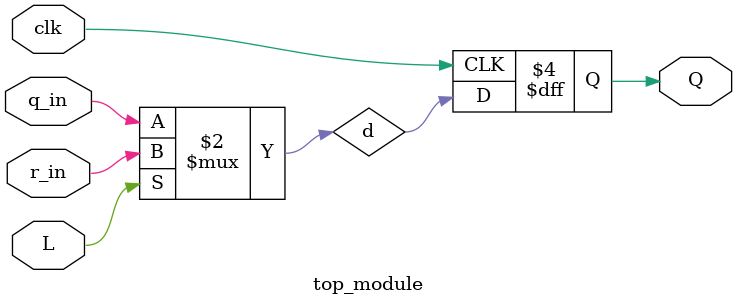
<source format=v>

module top_module (
	input clk,
	input L,
	input r_in,
	input q_in,
	output reg Q);

    wire d;
    
    assign d = (L == 1) ? r_in : q_in;
        
    always @(posedge clk) begin
        Q <= d;
    end
    
endmodule
</source>
